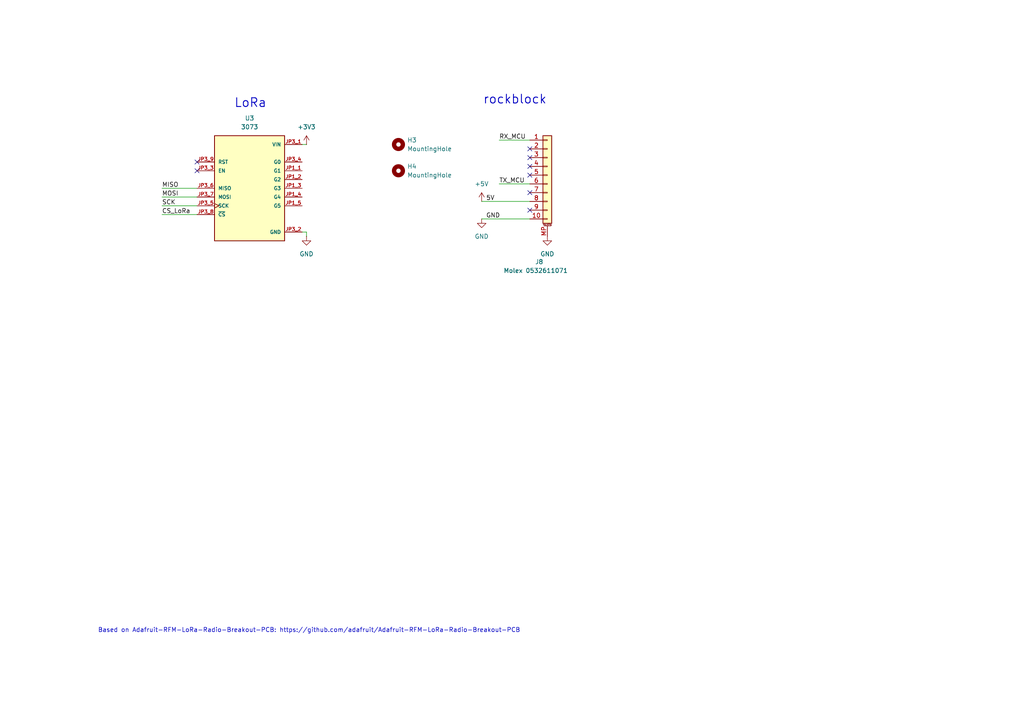
<source format=kicad_sch>
(kicad_sch (version 20250114) (generator "eeschema") (generator_version "9.0")
  (paper "A4")
  (lib_symbols
    (symbol "Adafruit_RFM96W_LoRa_Radio_3073:3073" (pin_names (offset 1.016))
      (property "Reference" "U" (at -10.16 15.748 0))
      (property "Value" "3073" (at -10.16 -17.78 0))
      (symbol "3073_0_0"
        (rectangle (start -10.16 -15.24) (end 10.16 15.24) (stroke (width 0.254)) (fill (type background)))
        (pin input line (at -15.24 7.62 0) (length 5.08) (name "RST") (number "JP3_9"))
        (pin input line (at -15.24 5.08 0) (length 5.08) (name "EN") (number "JP3_3"))
        (pin output line (at -15.24 0 0) (length 5.08) (name "MISO") (number "JP3_6"))
        (pin input line (at -15.24 -2.54 0) (length 5.08) (name "MOSI") (number "JP3_7"))
        (pin input clock (at -15.24 -5.08 0) (length 5.08) (name "SCK") (number "JP3_5"))
        (pin input line (at -15.24 -7.62 0) (length 5.08) (name "~{CS}") (number "JP3_8"))
        (pin power_in line (at 15.24 12.7 180) (length 5.08) (name "VIN") (number "JP3_1"))
        (pin bidirectional line (at 15.24 7.62 180) (length 5.08) (name "G0") (number "JP3_4"))
        (pin bidirectional line (at 15.24 5.08 180) (length 5.08) (name "G1") (number "JP1_1"))
        (pin bidirectional line (at 15.24 2.54 180) (length 5.08) (name "G2") (number "JP1_2"))
        (pin bidirectional line (at 15.24 0 180) (length 5.08) (name "G3") (number "JP1_3"))
        (pin bidirectional line (at 15.24 -2.54 180) (length 5.08) (name "G4") (number "JP1_4"))
        (pin bidirectional line (at 15.24 -5.08 180) (length 5.08) (name "G5") (number "JP1_5"))
        (pin power_in line (at 15.24 -12.7 180) (length 5.08) (name "GND") (number "JP3_2"))
      )
    )
    (symbol "Connector_Generic_MountingPin:Conn_01x10_MountingPin" (pin_names (offset 1.016) (hide yes))
      (property "Reference" "J" (at 0 12.7 0))
      (property "Value" "Conn_01x10_MountingPin" (at 1.27 -15.24 0))
      (symbol "Conn_01x10_MountingPin_1_1"
        (rectangle (start -1.27 11.43) (end 1.27 -13.97) (stroke (width 0.254)) (fill (type background)))
        (rectangle (start -1.27 10.287) (end 0 10.033) (stroke (width 0.1524)))
        (rectangle (start -1.27 7.747) (end 0 7.493) (stroke (width 0.1524)))
        (rectangle (start -1.27 5.207) (end 0 4.953) (stroke (width 0.1524)))
        (rectangle (start -1.27 2.667) (end 0 2.413) (stroke (width 0.1524)))
        (rectangle (start -1.27 0.127) (end 0 -0.127) (stroke (width 0.1524)))
        (rectangle (start -1.27 -2.413) (end 0 -2.667) (stroke (width 0.1524)))
        (rectangle (start -1.27 -4.953) (end 0 -5.207) (stroke (width 0.1524)))
        (rectangle (start -1.27 -7.493) (end 0 -7.747) (stroke (width 0.1524)))
        (rectangle (start -1.27 -10.033) (end 0 -10.287) (stroke (width 0.1524)))
        (rectangle (start -1.27 -12.573) (end 0 -12.827) (stroke (width 0.1524)))
        (polyline (pts (xy -1.016 -14.732) (xy 1.016 -14.732)) (stroke (width 0.1524)))
        (text "Mounting" (at 0 -14.351 0) (effects (font (size 0.381 0.381))))
        (pin passive line (at -5.08 10.16 0) (length 3.81) (name "Pin_1") (number "1"))
        (pin passive line (at -5.08 7.62 0) (length 3.81) (name "Pin_2") (number "2"))
        (pin passive line (at -5.08 5.08 0) (length 3.81) (name "Pin_3") (number "3"))
        (pin passive line (at -5.08 2.54 0) (length 3.81) (name "Pin_4") (number "4"))
        (pin passive line (at -5.08 0 0) (length 3.81) (name "Pin_5") (number "5"))
        (pin passive line (at -5.08 -2.54 0) (length 3.81) (name "Pin_6") (number "6"))
        (pin passive line (at -5.08 -5.08 0) (length 3.81) (name "Pin_7") (number "7"))
        (pin passive line (at -5.08 -7.62 0) (length 3.81) (name "Pin_8") (number "8"))
        (pin passive line (at -5.08 -10.16 0) (length 3.81) (name "Pin_9") (number "9"))
        (pin passive line (at -5.08 -12.7 0) (length 3.81) (name "Pin_10") (number "10"))
        (pin passive line (at 0 -17.78 90) (length 3.048) (name "MountPin") (number "MP"))
      )
    )
    (symbol "externalLibrary:+3V3" (power) (pin_numbers (hide yes)) (pin_names (offset 0) (hide yes))
      (property "Value" "+3V3" (at 0 3.556 0))
      (symbol "+3V3_0_1"
        (polyline (pts (xy -0.762 1.27) (xy 0 2.54)))
        (polyline (pts (xy 0 2.54) (xy 0.762 1.27)))
        (polyline (pts (xy 0 0) (xy 0 2.54)))
      )
      (symbol "+3V3_1_1"
        (pin power_in line (at 0 0 90) (length 0) (name "~") (number "1"))
      )
    )
    (symbol "externalLibrary:GND" (power) (pin_numbers (hide yes)) (pin_names (offset 0) (hide yes))
      (property "Value" "GND" (at 0 -3.81 0))
      (symbol "GND_0_1"
        (polyline (pts (xy 0 0) (xy 0 -1.27) (xy 1.27 -1.27) (xy 0 -2.54) (xy -1.27 -1.27) (xy 0 -1.27)))
      )
      (symbol "GND_1_1"
        (pin power_in line (at 0 0 270) (length 0) (name "~") (number "1"))
      )
    )
    (symbol "externalLibrary:MountingHole" (pin_names (offset 1.016)) (exclude_from_sim yes) (in_bom no)
      (property "Reference" "H" (at 0 5.08 0))
      (property "Value" "MountingHole" (at 0 3.175 0))
      (symbol "MountingHole_0_1"
        (circle (center 0 0) (radius 1.27) (stroke (width 1.27)))
      )
    )
    (symbol "power:+5V" (power) (pin_numbers (hide yes)) (pin_names (offset 0) (hide yes))
      (property "Value" "+5V" (at 0 3.556 0))
      (symbol "+5V_0_1"
        (polyline (pts (xy -0.762 1.27) (xy 0 2.54)))
        (polyline (pts (xy 0 2.54) (xy 0.762 1.27)))
        (polyline (pts (xy 0 0) (xy 0 2.54)))
      )
      (symbol "+5V_1_1"
        (pin power_in line (at 0 0 90) (length 0) (name "~") (number "1"))
      )
    )
  )
  (text "LoRa" (at 72.644 29.972 0) (effects (font (size 2.54 2.54) (thickness 0.254) (bold yes))))
  (text "Based on Adafruit-RFM-LoRa-Radio-Breakout-PCB: https://github.com/adafruit/Adafruit-RFM-LoRa-Radio-Breakout-PCB" (at 89.662 182.88 0) (effects (font (size 1.27 1.27))))
  (text "rockblock" (at 149.352 28.956 0) (effects (font (size 2.54 2.54) (thickness 0.254) (bold yes))))
  (no_connect (at 153.67 48.26))
  (no_connect (at 153.67 60.96))
  (no_connect (at 153.67 45.72))
  (no_connect (at 153.67 43.18))
  (no_connect (at 57.15 49.53))
  (no_connect (at 57.15 46.99))
  (no_connect (at 153.67 55.88))
  (no_connect (at 153.67 50.8))
  (wire (pts (xy 139.7 58.42) (xy 153.67 58.42)))
  (wire (pts (xy 88.9 41.91) (xy 87.63 41.91)))
  (wire (pts (xy 46.99 54.61) (xy 57.15 54.61)))
  (wire (pts (xy 46.99 57.15) (xy 57.15 57.15)))
  (wire (pts (xy 144.78 53.34) (xy 153.67 53.34)))
  (wire (pts (xy 139.7 63.5) (xy 153.67 63.5)))
  (wire (pts (xy 144.78 40.64) (xy 153.67 40.64)))
  (wire (pts (xy 46.99 59.69) (xy 57.15 59.69)))
  (wire (pts (xy 88.9 68.58) (xy 88.9 67.31)))
  (wire (pts (xy 46.99 62.23) (xy 57.15 62.23)))
  (wire (pts (xy 88.9 67.31) (xy 87.63 67.31)))
  (label "5V" (at 140.97 58.42 0) (effects (font (thickness 0.1588))))
  (label "MISO" (at 46.99 54.61 0))
  (label "SCK" (at 46.99 59.69 0))
  (label "RX_MCU" (at 144.78 40.64 0) (effects (font (thickness 0.1588))))
  (label "MOSI" (at 46.99 57.15 0))
  (label "GND" (at 140.97 63.5 0) (effects (font (thickness 0.1588))))
  (label "TX_MCU" (at 144.78 53.34 0) (effects (font (thickness 0.1588))))
  (label "CS_LoRa" (at 46.99 62.23 0))
  (symbol (lib_id "externalLibrary:GND") (at 88.9 68.58 0) (unit 1)
    (property "Reference" "#PWR02" (effects (hide yes)))
    (property "Value" "GND" (at 88.9 73.66 0))
    (property "Description" "Power symbol creates a global label with name \"GND\" , ground" (effects (hide yes)))
  )
  (symbol (lib_id "Connector_Generic_MountingPin:Conn_01x10_MountingPin") (at 158.75 50.8 0) (unit 1)
    (property "Reference" "J8" (at 155.194 75.946 0) (effects (justify left)))
    (property "Value" "Molex 0532611071" (at 146.05 78.486 0) (effects (justify left)))
    (property "Description" "Generic connectable mounting pin connector, single row, 01x10, script generated (kicad-library-utils/schlib/autogen/connector/)" (effects (hide yes)))
  )
  (symbol (lib_id "externalLibrary:MountingHole") (at 115.57 49.53 0) (unit 1) (exclude_from_sim yes) (in_bom no)
    (property "Reference" "H4" (at 118.11 48.2599 0) (effects (justify left)))
    (property "Value" "MountingHole" (at 118.11 50.7999 0) (effects (justify left)))
    (property "Description" "Mounting Hole without connection" (effects (hide yes)))
  )
  (symbol (lib_id "externalLibrary:GND") (at 139.7 63.5 0) (mirror y) (unit 1)
    (property "Reference" "#PWR09" (effects (hide yes)))
    (property "Value" "GND" (at 139.7 68.58 0))
    (property "Description" "Power symbol creates a global label with name \"GND\" , ground" (effects (hide yes)))
  )
  (symbol (lib_id "externalLibrary:MountingHole") (at 115.57 41.91 0) (unit 1) (exclude_from_sim yes) (in_bom no)
    (property "Reference" "H3" (at 118.11 40.6399 0) (effects (justify left)))
    (property "Value" "MountingHole" (at 118.11 43.1799 0) (effects (justify left)))
    (property "Description" "Mounting Hole without connection" (effects (hide yes)))
  )
  (symbol (lib_id "power:+5V") (at 139.7 58.42 0) (unit 1)
    (property "Reference" "#PWR03" (effects (hide yes)))
    (property "Value" "+5V" (at 139.7 53.34 0))
    (property "Description" "Power symbol creates a global label with name \"+5V\"" (effects (hide yes)))
  )
  (symbol (lib_id "externalLibrary:GND") (at 158.75 68.58 0) (mirror y) (unit 1)
    (property "Reference" "#PWR012" (effects (hide yes)))
    (property "Value" "GND" (at 158.75 73.66 0))
    (property "Description" "Power symbol creates a global label with name \"GND\" , ground" (effects (hide yes)))
  )
  (symbol (lib_id "externalLibrary:+3V3") (at 88.9 41.91 0) (unit 1)
    (property "Reference" "#PWR01" (effects (hide yes)))
    (property "Value" "+3V3" (at 88.9 36.83 0))
    (property "Description" "Power symbol creates a global label with name \"+3V3\"" (effects (hide yes)))
  )
  (symbol (lib_id "Adafruit_RFM96W_LoRa_Radio_3073:3073") (at 72.39 54.61 0) (unit 1)
    (property "Reference" "U3" (at 72.39 34.29 0))
    (property "Value" "3073" (at 72.39 36.83 0))
    (property "Footprint" "3073:MODULE_3073" (effects (hide yes)))
    (property "MF" "Adafruit Industries" (effects (hide yes)))
    (property "Description_1" "\n                        \n                            Adafruit RFM96W LoRa Radio Transceiver Breakout - 433 MHz | Adafruit Industries 3073\n                        \n" (effects (hide yes)))
    (property "Package" "None" (effects (hide yes)))
    (property "Price" "None" (effects (hide yes)))
    (property "Check_prices" "https://www.snapeda.com/parts/3073/Adafruit+Industries/view-part/?ref=eda" (effects (hide yes)))
    (property "STANDARD" "Manufacturer Recommendations" (effects (hide yes)))
    (property "PARTREV" "2023-10-24" (effects (hide yes)))
    (property "SnapEDA_Link" "https://www.snapeda.com/parts/3073/Adafruit+Industries/view-part/?ref=snap" (effects (hide yes)))
    (property "MP" "3073" (effects (hide yes)))
    (property "Availability" "In Stock" (effects (hide yes)))
    (property "MANUFACTURER" "Adafruit Industries LLC" (effects (hide yes)))
  )
)
</source>
